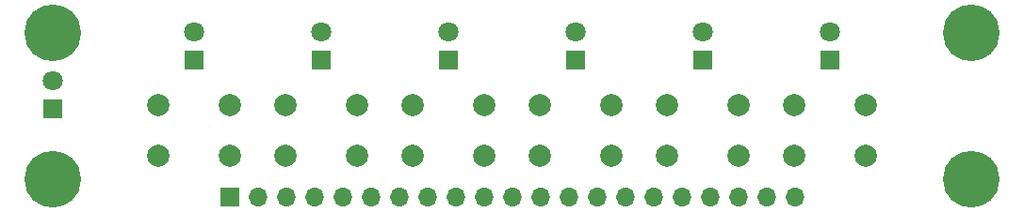
<source format=gbs>
G04 #@! TF.GenerationSoftware,KiCad,Pcbnew,(5.1.8)-1*
G04 #@! TF.CreationDate,2022-07-15T00:36:28+02:00*
G04 #@! TF.ProjectId,BulkyMIDI-32 Audio Switch Panel,42756c6b-794d-4494-9449-2d3332204175,rev?*
G04 #@! TF.SameCoordinates,Original*
G04 #@! TF.FileFunction,Soldermask,Bot*
G04 #@! TF.FilePolarity,Negative*
%FSLAX46Y46*%
G04 Gerber Fmt 4.6, Leading zero omitted, Abs format (unit mm)*
G04 Created by KiCad (PCBNEW (5.1.8)-1) date 2022-07-15 00:36:28*
%MOMM*%
%LPD*%
G01*
G04 APERTURE LIST*
%ADD10R,1.700000X1.700000*%
%ADD11O,1.700000X1.700000*%
%ADD12C,5.100000*%
%ADD13C,1.800000*%
%ADD14R,1.800000X1.800000*%
%ADD15C,2.000000*%
G04 APERTURE END LIST*
D10*
X115690000Y-130810000D03*
D11*
X118230000Y-130810000D03*
X120770000Y-130810000D03*
X123310000Y-130810000D03*
X125850000Y-130810000D03*
X128390000Y-130810000D03*
X130930000Y-130810000D03*
X133470000Y-130810000D03*
X136010000Y-130810000D03*
X138550000Y-130810000D03*
X141090000Y-130810000D03*
X143630000Y-130810000D03*
X146170000Y-130810000D03*
X148710000Y-130810000D03*
X151250000Y-130810000D03*
X153790000Y-130810000D03*
X156330000Y-130810000D03*
X158870000Y-130810000D03*
X161410000Y-130810000D03*
X163950000Y-130810000D03*
X166490000Y-130810000D03*
D12*
X99815000Y-129199000D03*
X182365000Y-129199000D03*
X182365000Y-115949000D03*
X99815000Y-115949000D03*
D13*
X112515000Y-115864000D03*
D14*
X112515000Y-118404000D03*
X123945000Y-118404000D03*
D13*
X123945000Y-115864000D03*
X135375000Y-115864000D03*
D14*
X135375000Y-118404000D03*
X146805000Y-118404000D03*
D13*
X146805000Y-115864000D03*
X158235000Y-115864000D03*
D14*
X158235000Y-118404000D03*
X169665000Y-118404000D03*
D13*
X169665000Y-115864000D03*
D14*
X99815000Y-122849000D03*
D13*
X99815000Y-120309000D03*
D15*
X109265000Y-127004000D03*
X109265000Y-122504000D03*
X115765000Y-127004000D03*
X115765000Y-122504000D03*
X127195000Y-122504000D03*
X127195000Y-127004000D03*
X120695000Y-122504000D03*
X120695000Y-127004000D03*
X138625000Y-122504000D03*
X138625000Y-127004000D03*
X132125000Y-122504000D03*
X132125000Y-127004000D03*
X143555000Y-127004000D03*
X143555000Y-122504000D03*
X150055000Y-127004000D03*
X150055000Y-122504000D03*
X161485000Y-122504000D03*
X161485000Y-127004000D03*
X154985000Y-122504000D03*
X154985000Y-127004000D03*
X166415000Y-127004000D03*
X166415000Y-122504000D03*
X172915000Y-127004000D03*
X172915000Y-122504000D03*
M02*

</source>
